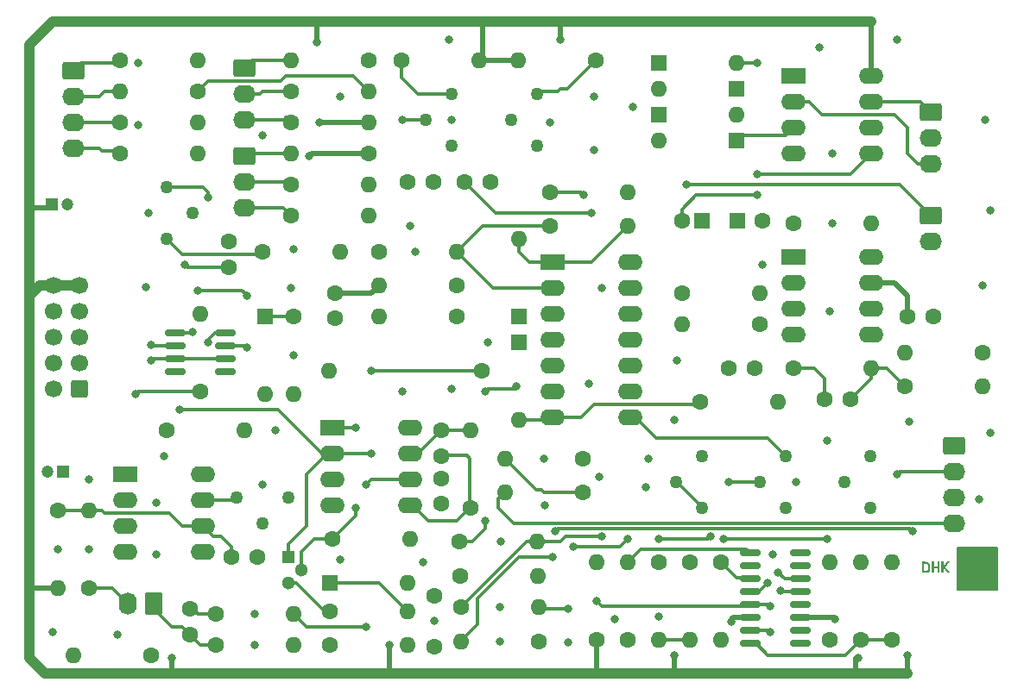
<source format=gtl>
%TF.GenerationSoftware,KiCad,Pcbnew,6.0.8-f2edbf62ab~116~ubuntu22.04.1*%
%TF.CreationDate,2024-04-04T17:44:09-04:00*%
%TF.ProjectId,MFOS_VCO,4d464f53-5f56-4434-9f2e-6b696361645f,rev?*%
%TF.SameCoordinates,Original*%
%TF.FileFunction,Copper,L1,Top*%
%TF.FilePolarity,Positive*%
%FSLAX46Y46*%
G04 Gerber Fmt 4.6, Leading zero omitted, Abs format (unit mm)*
G04 Created by KiCad (PCBNEW 6.0.8-f2edbf62ab~116~ubuntu22.04.1) date 2024-04-04 17:44:09*
%MOMM*%
%LPD*%
G01*
G04 APERTURE LIST*
G04 Aperture macros list*
%AMRoundRect*
0 Rectangle with rounded corners*
0 $1 Rounding radius*
0 $2 $3 $4 $5 $6 $7 $8 $9 X,Y pos of 4 corners*
0 Add a 4 corners polygon primitive as box body*
4,1,4,$2,$3,$4,$5,$6,$7,$8,$9,$2,$3,0*
0 Add four circle primitives for the rounded corners*
1,1,$1+$1,$2,$3*
1,1,$1+$1,$4,$5*
1,1,$1+$1,$6,$7*
1,1,$1+$1,$8,$9*
0 Add four rect primitives between the rounded corners*
20,1,$1+$1,$2,$3,$4,$5,0*
20,1,$1+$1,$4,$5,$6,$7,0*
20,1,$1+$1,$6,$7,$8,$9,0*
20,1,$1+$1,$8,$9,$2,$3,0*%
G04 Aperture macros list end*
%TA.AperFunction,ComponentPad*%
%ADD10R,1.300000X1.300000*%
%TD*%
%TA.AperFunction,ComponentPad*%
%ADD11C,1.300000*%
%TD*%
%TA.AperFunction,ComponentPad*%
%ADD12RoundRect,0.250000X-0.845000X0.620000X-0.845000X-0.620000X0.845000X-0.620000X0.845000X0.620000X0*%
%TD*%
%TA.AperFunction,ComponentPad*%
%ADD13O,2.190000X1.740000*%
%TD*%
%TA.AperFunction,ComponentPad*%
%ADD14C,1.600000*%
%TD*%
%TA.AperFunction,ComponentPad*%
%ADD15O,1.600000X1.600000*%
%TD*%
%TA.AperFunction,ComponentPad*%
%ADD16R,2.400000X1.600000*%
%TD*%
%TA.AperFunction,ComponentPad*%
%ADD17O,2.400000X1.600000*%
%TD*%
%TA.AperFunction,ComponentPad*%
%ADD18R,1.600000X1.600000*%
%TD*%
%TA.AperFunction,ComponentPad*%
%ADD19C,1.260000*%
%TD*%
%TA.AperFunction,ComponentPad*%
%ADD20RoundRect,0.250000X0.620000X0.845000X-0.620000X0.845000X-0.620000X-0.845000X0.620000X-0.845000X0*%
%TD*%
%TA.AperFunction,ComponentPad*%
%ADD21O,1.740000X2.190000*%
%TD*%
%TA.AperFunction,ComponentPad*%
%ADD22R,1.200000X1.200000*%
%TD*%
%TA.AperFunction,ComponentPad*%
%ADD23C,1.200000*%
%TD*%
%TA.AperFunction,ComponentPad*%
%ADD24RoundRect,0.250000X0.600000X0.600000X-0.600000X0.600000X-0.600000X-0.600000X0.600000X-0.600000X0*%
%TD*%
%TA.AperFunction,ComponentPad*%
%ADD25C,1.700000*%
%TD*%
%TA.AperFunction,SMDPad,CuDef*%
%ADD26RoundRect,0.150000X-0.825000X-0.150000X0.825000X-0.150000X0.825000X0.150000X-0.825000X0.150000X0*%
%TD*%
%TA.AperFunction,ViaPad*%
%ADD27C,0.800000*%
%TD*%
%TA.AperFunction,Conductor*%
%ADD28C,0.300000*%
%TD*%
%TA.AperFunction,Conductor*%
%ADD29C,1.000000*%
%TD*%
%TA.AperFunction,Conductor*%
%ADD30C,0.500000*%
%TD*%
G04 APERTURE END LIST*
%TO.C,kibuzzard-65B09543*%
G36*
X189911037Y-117643275D02*
G01*
X189827606Y-117641864D01*
X189733943Y-117637631D01*
X189630050Y-117630575D01*
X189630050Y-117463888D01*
X189833250Y-117463888D01*
X189958662Y-117468650D01*
X190054309Y-117455156D01*
X190125350Y-117427375D01*
X190175555Y-117381536D01*
X190208694Y-117313869D01*
X190227148Y-117219611D01*
X190233300Y-117094000D01*
X190227347Y-116975136D01*
X190209487Y-116885244D01*
X190177539Y-116819759D01*
X190129319Y-116774119D01*
X190061255Y-116744552D01*
X189969775Y-116727287D01*
X189895162Y-116721334D01*
X189833250Y-116719350D01*
X189833250Y-117463888D01*
X189630050Y-117463888D01*
X189630050Y-116551075D01*
X189726887Y-116546312D01*
X189814200Y-116544725D01*
X189899925Y-116546709D01*
X189976125Y-116552663D01*
X190087691Y-116568537D01*
X190181089Y-116592879D01*
X190256319Y-116625687D01*
X190341052Y-116695339D01*
X190396812Y-116793169D01*
X190419743Y-116877571D01*
X190433501Y-116981552D01*
X190438088Y-117105113D01*
X190432796Y-117234317D01*
X190416921Y-117342532D01*
X190390462Y-117429756D01*
X190326566Y-117528380D01*
X190230125Y-117594063D01*
X190144576Y-117621403D01*
X190038214Y-117637807D01*
X189958662Y-117641227D01*
X189911037Y-117643275D01*
G37*
G36*
X190790512Y-116979700D02*
G01*
X191155637Y-116979700D01*
X191155637Y-116551075D01*
X191358838Y-116551075D01*
X191358838Y-117630575D01*
X191155637Y-117630575D01*
X191155637Y-117159088D01*
X190790512Y-117159088D01*
X190790512Y-117630575D01*
X190587312Y-117630575D01*
X190587312Y-116551075D01*
X190790512Y-116551075D01*
X190790512Y-116979700D01*
G37*
G36*
X191738250Y-117046375D02*
G01*
X192092263Y-116551075D01*
X192325625Y-116551075D01*
X191938275Y-117078125D01*
X191938275Y-117082888D01*
X192385950Y-117630575D01*
X192133537Y-117630575D01*
X191738250Y-117116225D01*
X191738250Y-117630575D01*
X191536638Y-117630575D01*
X191536638Y-116551075D01*
X191738250Y-116551075D01*
X191738250Y-117046375D01*
G37*
%TD*%
D10*
%TO.P,Q1,1,D*%
%TO.N,Net-(C6-Pad1)*%
X127508000Y-116078000D03*
D11*
%TO.P,Q1,2,S*%
%TO.N,RAW*%
X128778000Y-117348000D03*
%TO.P,Q1,3,G*%
%TO.N,Net-(Q1-Pad3)*%
X127508000Y-118618000D03*
%TD*%
D12*
%TO.P,J27,1,Pin_1*%
%TO.N,/Sheet 2/R39P1*%
X190500000Y-72390000D03*
D13*
%TO.P,J27,2,Pin_2*%
%TO.N,/Sheet 2/R39P2*%
X190500000Y-74930000D03*
%TO.P,J27,3,Pin_3*%
%TO.N,/Sheet 2/R39P3*%
X190500000Y-77470000D03*
%TD*%
D12*
%TO.P,J26,1,Pin_1*%
%TO.N,/R2P1*%
X123190000Y-76708000D03*
D13*
%TO.P,J26,2,Pin_2*%
%TO.N,/R2P2*%
X123190000Y-79248000D03*
%TO.P,J26,3,Pin_3*%
%TO.N,/R2P3*%
X123190000Y-81788000D03*
%TD*%
D12*
%TO.P,J24,1,Pin_1*%
%TO.N,/R3P1*%
X123190000Y-68087000D03*
D13*
%TO.P,J24,2,Pin_2*%
%TO.N,/R3P2*%
X123190000Y-70627000D03*
%TO.P,J24,3,Pin_3*%
%TO.N,/R3P3*%
X123190000Y-73167000D03*
%TD*%
D14*
%TO.P,C15,1*%
%TO.N,+12V*%
X188234000Y-92456000D03*
%TO.P,C15,2*%
%TO.N,GND*%
X190734000Y-92456000D03*
%TD*%
%TO.P,R71,1*%
%TO.N,-12V*%
X135382000Y-76454000D03*
D15*
%TO.P,R71,2*%
%TO.N,/R2P1*%
X127762000Y-76454000D03*
%TD*%
D16*
%TO.P,U4,1*%
%TO.N,Net-(D2-Pad2)*%
X153426000Y-87112000D03*
D17*
%TO.P,U4,2,-*%
%TO.N,Net-(R12-Pad2)*%
X153426000Y-89652000D03*
%TO.P,U4,3,+*%
%TO.N,Net-(C1-Pad1)*%
X153426000Y-92192000D03*
%TO.P,U4,4,V+*%
%TO.N,+12V*%
X153426000Y-94732000D03*
%TO.P,U4,5,+*%
%TO.N,GND*%
X153426000Y-97272000D03*
%TO.P,U4,6,-*%
%TO.N,Net-(R25-Pad1)*%
X153426000Y-99812000D03*
%TO.P,U4,7*%
%TO.N,Net-(D3-Pad2)*%
X153426000Y-102352000D03*
%TO.P,U4,8*%
%TO.N,Net-(R14-Pad2)*%
X161046000Y-102352000D03*
%TO.P,U4,9,-*%
%TO.N,Net-(R13-Pad2)*%
X161046000Y-99812000D03*
%TO.P,U4,10,+*%
%TO.N,Net-(C2-Pad1)*%
X161046000Y-97272000D03*
%TO.P,U4,11,V-*%
%TO.N,-12V*%
X161046000Y-94732000D03*
%TO.P,U4,12,+*%
%TO.N,GND*%
X161046000Y-92192000D03*
%TO.P,U4,13,-*%
%TO.N,Net-(U4-Pad13)*%
X161046000Y-89652000D03*
%TO.P,U4,14*%
X161046000Y-87112000D03*
%TD*%
D14*
%TO.P,R32,1*%
%TO.N,Net-(R25-Pad1)*%
X156337000Y-106426000D03*
D15*
%TO.P,R32,2*%
%TO.N,Net-(D3-Pad2)*%
X148717000Y-106426000D03*
%TD*%
D14*
%TO.P,R26,1*%
%TO.N,Net-(D3-Pad2)*%
X156337000Y-109728000D03*
D15*
%TO.P,R26,2*%
%TO.N,RMP*%
X148717000Y-109728000D03*
%TD*%
D14*
%TO.P,R31,1*%
%TO.N,LIN*%
X114046000Y-125730000D03*
D15*
%TO.P,R31,2*%
%TO.N,GND*%
X106426000Y-125730000D03*
%TD*%
D14*
%TO.P,R67,1*%
%TO.N,GND*%
X173736000Y-93218000D03*
D15*
%TO.P,R67,2*%
%TO.N,PWM*%
X166116000Y-93218000D03*
%TD*%
D14*
%TO.P,C19,1*%
%TO.N,Net-(C19-Pad1)*%
X121666000Y-87630000D03*
%TO.P,C19,2*%
%TO.N,Net-(C19-Pad2)*%
X121666000Y-85130000D03*
%TD*%
%TO.P,R66,1*%
%TO.N,SYNC*%
X120396000Y-124714000D03*
D15*
%TO.P,R66,2*%
%TO.N,GND*%
X128016000Y-124714000D03*
%TD*%
D14*
%TO.P,R25,1*%
%TO.N,Net-(R25-Pad1)*%
X153162000Y-80259000D03*
D15*
%TO.P,R25,2*%
%TO.N,Net-(D2-Pad2)*%
X160782000Y-80259000D03*
%TD*%
D14*
%TO.P,R30,1*%
%TO.N,LIN*%
X107950000Y-119126000D03*
D15*
%TO.P,R30,2*%
%TO.N,Net-(C3-Pad1)*%
X107950000Y-111506000D03*
%TD*%
D14*
%TO.P,R61,1*%
%TO.N,Net-(R60-Pad2)*%
X166878000Y-116586000D03*
D15*
%TO.P,R61,2*%
%TO.N,Net-(R48-Pad2)*%
X166878000Y-124206000D03*
%TD*%
D18*
%TO.P,D2,1,K*%
%TO.N,Net-(C14-Pad1)*%
X150114000Y-92451000D03*
D15*
%TO.P,D2,2,A*%
%TO.N,Net-(D2-Pad2)*%
X150114000Y-84831000D03*
%TD*%
D19*
%TO.P,R60,1,1*%
%TO.N,-12V*%
X184550000Y-111250000D03*
%TO.P,R60,2,2*%
%TO.N,Net-(R60-Pad2)*%
X182010000Y-108710000D03*
%TO.P,R60,3,3*%
%TO.N,+12V*%
X184550000Y-106170000D03*
%TD*%
D18*
%TO.P,C12,1*%
%TO.N,GND*%
X168087113Y-83058000D03*
D14*
%TO.P,C12,2*%
%TO.N,Net-(C12-Pad2)*%
X166087113Y-83058000D03*
%TD*%
%TO.P,R69,1*%
%TO.N,Net-(C18-Pad1)*%
X145350000Y-111252000D03*
D15*
%TO.P,R69,2*%
%TO.N,Net-(C18-Pad2)*%
X145350000Y-103632000D03*
%TD*%
D16*
%TO.P,U2,1*%
%TO.N,RAW*%
X131816000Y-103388000D03*
D17*
%TO.P,U2,2,-*%
%TO.N,Net-(C6-Pad1)*%
X131816000Y-105928000D03*
%TO.P,U2,3,+*%
%TO.N,GND*%
X131816000Y-108468000D03*
%TO.P,U2,4,V-*%
%TO.N,-12V*%
X131816000Y-111008000D03*
%TO.P,U2,5,+*%
%TO.N,Net-(C18-Pad1)*%
X139436000Y-111008000D03*
%TO.P,U2,6,-*%
%TO.N,Net-(R34-Pad2)*%
X139436000Y-108468000D03*
%TO.P,U2,7*%
%TO.N,Net-(C18-Pad2)*%
X139436000Y-105928000D03*
%TO.P,U2,8,V+*%
%TO.N,+12V*%
X139436000Y-103388000D03*
%TD*%
D20*
%TO.P,J13,1,Pin_1*%
%TO.N,SYNC*%
X114300000Y-120630000D03*
D21*
%TO.P,J13,2,Pin_2*%
%TO.N,LIN*%
X111760000Y-120630000D03*
%TD*%
D18*
%TO.P,D4,1,K*%
%TO.N,Net-(C13-Pad1)*%
X171450000Y-75184000D03*
D15*
%TO.P,D4,2,A*%
%TO.N,Net-(D3-Pad2)*%
X163830000Y-75184000D03*
%TD*%
D14*
%TO.P,C2,1*%
%TO.N,Net-(C2-Pad1)*%
X144807500Y-79248000D03*
%TO.P,C2,2*%
%TO.N,GND*%
X147307500Y-79248000D03*
%TD*%
%TO.P,R21,1*%
%TO.N,Net-(C14-Pad1)*%
X144375000Y-117950000D03*
D15*
%TO.P,R21,2*%
%TO.N,-12V*%
X151995000Y-117950000D03*
%TD*%
D18*
%TO.P,D1,1,K*%
%TO.N,Net-(D1-Pad1)*%
X125222000Y-92456000D03*
D15*
%TO.P,D1,2,A*%
%TO.N,Net-(D1-Pad2)*%
X125222000Y-100076000D03*
%TD*%
D14*
%TO.P,R40,1*%
%TO.N,PWM*%
X166116000Y-90170000D03*
D15*
%TO.P,R40,2*%
%TO.N,Net-(R35-Pad1)*%
X173736000Y-90170000D03*
%TD*%
D14*
%TO.P,C14,1*%
%TO.N,Net-(C14-Pad1)*%
X141800000Y-119875000D03*
%TO.P,C14,2*%
%TO.N,-12V*%
X141800000Y-124875000D03*
%TD*%
D18*
%TO.P,D6,1,K*%
%TO.N,Net-(D6-Pad1)*%
X171450000Y-70104000D03*
D15*
%TO.P,D6,2,A*%
%TO.N,Net-(D5-Pad1)*%
X163830000Y-70104000D03*
%TD*%
D14*
%TO.P,C1,1*%
%TO.N,Net-(C1-Pad1)*%
X139212000Y-79248000D03*
%TO.P,C1,2*%
%TO.N,GND*%
X141712000Y-79248000D03*
%TD*%
D16*
%TO.P,U7,1,NULL*%
%TO.N,unconnected-(U7-Pad1)*%
X177048000Y-86624000D03*
D17*
%TO.P,U7,2,-*%
%TO.N,Net-(R35-Pad1)*%
X177048000Y-89164000D03*
%TO.P,U7,3,+*%
%TO.N,Net-(C4-Pad1)*%
X177048000Y-91704000D03*
%TO.P,U7,4,V-*%
%TO.N,-12V*%
X177048000Y-94244000D03*
%TO.P,U7,5,NULL*%
%TO.N,unconnected-(U7-Pad5)*%
X184668000Y-94244000D03*
%TO.P,U7,6*%
%TO.N,Net-(C4-Pad2)*%
X184668000Y-91704000D03*
%TO.P,U7,7,V+*%
%TO.N,+12V*%
X184668000Y-89164000D03*
%TO.P,U7,8,NC*%
%TO.N,unconnected-(U7-Pad8)*%
X184668000Y-86624000D03*
%TD*%
D14*
%TO.P,R35,1*%
%TO.N,Net-(R35-Pad1)*%
X177038000Y-83312000D03*
D15*
%TO.P,R35,2*%
%TO.N,/Sheet 2/R39P2*%
X184658000Y-83312000D03*
%TD*%
D14*
%TO.P,R8,1*%
%TO.N,/R3P2*%
X127762000Y-70358000D03*
D15*
%TO.P,R8,2*%
%TO.N,Net-(C19-Pad1)*%
X135382000Y-70358000D03*
%TD*%
D16*
%TO.P,U6,1*%
%TO.N,/Sheet 2/R39P3*%
X177048000Y-68844000D03*
D17*
%TO.P,U6,2,-*%
X177048000Y-71384000D03*
%TO.P,U6,3,+*%
%TO.N,Net-(C13-Pad1)*%
X177048000Y-73924000D03*
%TO.P,U6,4,V-*%
%TO.N,-12V*%
X177048000Y-76464000D03*
%TO.P,U6,5,+*%
%TO.N,Net-(C12-Pad2)*%
X184668000Y-76464000D03*
%TO.P,U6,6,-*%
%TO.N,/Sheet 2/R39P1*%
X184668000Y-73924000D03*
%TO.P,U6,7*%
X184668000Y-71384000D03*
%TO.P,U6,8,V+*%
%TO.N,+12V*%
X184668000Y-68844000D03*
%TD*%
D14*
%TO.P,R36,1*%
%TO.N,Net-(C4-Pad2)*%
X187960000Y-99314000D03*
D15*
%TO.P,R36,2*%
%TO.N,SQR*%
X195580000Y-99314000D03*
%TD*%
D19*
%TO.P,R5,1,1*%
%TO.N,GND*%
X143510000Y-75677000D03*
%TO.P,R5,2,2*%
%TO.N,Net-(C1-Pad1)*%
X140970000Y-73137000D03*
%TO.P,R5,3,3*%
%TO.N,Net-(R5-Pad3)*%
X143510000Y-70597000D03*
%TD*%
D14*
%TO.P,C5,1*%
%TO.N,SYNC*%
X117856000Y-123698000D03*
%TO.P,C5,2*%
%TO.N,Net-(C5-Pad2)*%
X117856000Y-121198000D03*
%TD*%
%TO.P,R47,1*%
%TO.N,Net-(R34-Pad2)*%
X144018000Y-89408000D03*
D15*
%TO.P,R47,2*%
%TO.N,+12V*%
X136398000Y-89408000D03*
%TD*%
D14*
%TO.P,R28,1*%
%TO.N,Net-(C3-Pad1)*%
X104902000Y-111506000D03*
D15*
%TO.P,R28,2*%
%TO.N,+12V*%
X104902000Y-119126000D03*
%TD*%
D14*
%TO.P,R42,1*%
%TO.N,RAW*%
X131826000Y-114300000D03*
D15*
%TO.P,R42,2*%
%TO.N,Net-(C18-Pad1)*%
X139446000Y-114300000D03*
%TD*%
D12*
%TO.P,J15,1,Pin_1*%
%TO.N,TRI*%
X192766000Y-105156000D03*
D13*
%TO.P,J15,2,Pin_2*%
%TO.N,SIN*%
X192766000Y-107696000D03*
%TO.P,J15,3,Pin_3*%
%TO.N,SQR*%
X192766000Y-110236000D03*
%TO.P,J15,4,Pin_4*%
%TO.N,RMP*%
X192766000Y-112776000D03*
%TD*%
D14*
%TO.P,R23,1*%
%TO.N,CV3*%
X110998000Y-73406000D03*
D15*
%TO.P,R23,2*%
%TO.N,Net-(C19-Pad1)*%
X118618000Y-73406000D03*
%TD*%
D14*
%TO.P,R51,1*%
%TO.N,Net-(R48-Pad2)*%
X169926000Y-116586000D03*
D15*
%TO.P,R51,2*%
%TO.N,GND*%
X169926000Y-124206000D03*
%TD*%
D12*
%TO.P,J12,1,Pin_1*%
%TO.N,CV1*%
X106426000Y-68326000D03*
D13*
%TO.P,J12,2,Pin_2*%
%TO.N,CV2*%
X106426000Y-70866000D03*
%TO.P,J12,3,Pin_3*%
%TO.N,CV3*%
X106426000Y-73406000D03*
%TO.P,J12,4,Pin_4*%
%TO.N,CV4*%
X106426000Y-75946000D03*
%TD*%
D19*
%TO.P,R59,1,1*%
%TO.N,Net-(R44-Pad1)*%
X168025000Y-111237000D03*
%TO.P,R59,2,2*%
X165485000Y-108697000D03*
%TO.P,R59,3,3*%
%TO.N,+12V*%
X168025000Y-106157000D03*
%TD*%
D14*
%TO.P,R68,1*%
%TO.N,Net-(C4-Pad1)*%
X177038000Y-97536000D03*
D15*
%TO.P,R68,2*%
%TO.N,Net-(C4-Pad2)*%
X184658000Y-97536000D03*
%TD*%
D14*
%TO.P,C16,1*%
%TO.N,-12V*%
X173188000Y-97536000D03*
%TO.P,C16,2*%
%TO.N,GND*%
X170688000Y-97536000D03*
%TD*%
%TO.P,R18,1*%
%TO.N,Net-(C19-Pad1)*%
X118618000Y-70358000D03*
D15*
%TO.P,R18,2*%
%TO.N,CV2*%
X110998000Y-70358000D03*
%TD*%
D14*
%TO.P,C6,1*%
%TO.N,Net-(C6-Pad1)*%
X146438000Y-97790000D03*
D15*
%TO.P,C6,2*%
%TO.N,RAW*%
X131438000Y-97790000D03*
%TD*%
D19*
%TO.P,R11,1,1*%
%TO.N,Net-(R11-Pad1)*%
X127508000Y-110236000D03*
%TO.P,R11,2,2*%
X124968000Y-112776000D03*
%TO.P,R11,3,3*%
%TO.N,Net-(C3-Pad2)*%
X122428000Y-110236000D03*
%TD*%
D14*
%TO.P,R17,1*%
%TO.N,Net-(R17-Pad1)*%
X115570000Y-103632000D03*
D15*
%TO.P,R17,2*%
%TO.N,Net-(C3-Pad2)*%
X123190000Y-103632000D03*
%TD*%
D14*
%TO.P,R12,1*%
%TO.N,RAW*%
X136398000Y-86106000D03*
D15*
%TO.P,R12,2*%
%TO.N,Net-(R12-Pad2)*%
X144018000Y-86106000D03*
%TD*%
D14*
%TO.P,C4,1*%
%TO.N,Net-(C4-Pad1)*%
X180106000Y-100584000D03*
%TO.P,C4,2*%
%TO.N,Net-(C4-Pad2)*%
X182606000Y-100584000D03*
%TD*%
D18*
%TO.P,D3,1,K*%
%TO.N,Net-(C14-Pad1)*%
X150114000Y-94991000D03*
D15*
%TO.P,D3,2,A*%
%TO.N,Net-(D3-Pad2)*%
X150114000Y-102611000D03*
%TD*%
D22*
%TO.P,C7,1*%
%TO.N,+12V*%
X104302401Y-81425000D03*
D23*
%TO.P,C7,2*%
%TO.N,GND*%
X105802401Y-81425000D03*
%TD*%
D14*
%TO.P,R53,1*%
%TO.N,Net-(R45-Pad2)*%
X180594000Y-124206000D03*
D15*
%TO.P,R53,2*%
%TO.N,GND*%
X180594000Y-116586000D03*
%TD*%
D14*
%TO.P,R15,1*%
%TO.N,CV1*%
X110998000Y-67310000D03*
D15*
%TO.P,R15,2*%
%TO.N,Net-(C19-Pad1)*%
X118618000Y-67310000D03*
%TD*%
D14*
%TO.P,R46,1*%
%TO.N,Net-(R34-Pad2)*%
X144018000Y-92456000D03*
D15*
%TO.P,R46,2*%
%TO.N,GND*%
X136398000Y-92456000D03*
%TD*%
D14*
%TO.P,R41,1*%
%TO.N,SQR*%
X195580000Y-96012000D03*
D15*
%TO.P,R41,2*%
%TO.N,GND*%
X187960000Y-96012000D03*
%TD*%
D14*
%TO.P,R34,1*%
%TO.N,Net-(C5-Pad2)*%
X120396000Y-121666000D03*
D15*
%TO.P,R34,2*%
%TO.N,Net-(R34-Pad2)*%
X128016000Y-121666000D03*
%TD*%
D24*
%TO.P,J1,1,Pin_1*%
%TO.N,-12V*%
X107000000Y-99540000D03*
D25*
%TO.P,J1,2,Pin_2*%
X104460000Y-99540000D03*
%TO.P,J1,3,Pin_3*%
%TO.N,GND*%
X107000000Y-97000000D03*
%TO.P,J1,4,Pin_4*%
X104460000Y-97000000D03*
%TO.P,J1,5,Pin_5*%
X107000000Y-94460000D03*
%TO.P,J1,6,Pin_6*%
X104460000Y-94460000D03*
%TO.P,J1,7,Pin_7*%
X107000000Y-91920000D03*
%TO.P,J1,8,Pin_8*%
X104460000Y-91920000D03*
%TO.P,J1,9,Pin_9*%
%TO.N,+12V*%
X107000000Y-89380000D03*
%TO.P,J1,10,Pin_10*%
X104460000Y-89380000D03*
%TD*%
D14*
%TO.P,R24,1*%
%TO.N,Net-(C19-Pad1)*%
X118857000Y-99822000D03*
D15*
%TO.P,R24,2*%
%TO.N,Net-(C19-Pad2)*%
X118857000Y-92202000D03*
%TD*%
D14*
%TO.P,R14,1*%
%TO.N,Net-(R13-Pad2)*%
X144400000Y-121025000D03*
D15*
%TO.P,R14,2*%
%TO.N,Net-(R14-Pad2)*%
X152020000Y-121025000D03*
%TD*%
D18*
%TO.P,C13,1*%
%TO.N,Net-(C13-Pad1)*%
X171514888Y-83058000D03*
D14*
%TO.P,C13,2*%
%TO.N,GND*%
X174014888Y-83058000D03*
%TD*%
%TO.P,R9,1*%
%TO.N,Net-(D1-Pad1)*%
X128016000Y-92456000D03*
D15*
%TO.P,R9,2*%
%TO.N,Net-(R11-Pad1)*%
X128016000Y-100076000D03*
%TD*%
D14*
%TO.P,R20,1*%
%TO.N,Net-(R12-Pad2)*%
X153162000Y-83561000D03*
D15*
%TO.P,R20,2*%
%TO.N,Net-(D2-Pad2)*%
X160782000Y-83561000D03*
%TD*%
D26*
%TO.P,U3,1,C1*%
%TO.N,Net-(C6-Pad1)*%
X116382000Y-94107000D03*
%TO.P,U3,2,B1*%
%TO.N,GND*%
X116382000Y-95377000D03*
%TO.P,U3,3,E1*%
%TO.N,Net-(R17-Pad1)*%
X116382000Y-96647000D03*
%TO.P,U3,4*%
%TO.N,N/C*%
X116382000Y-97917000D03*
%TO.P,U3,5*%
X121332000Y-97917000D03*
%TO.P,U3,6,E2*%
%TO.N,Net-(R17-Pad1)*%
X121332000Y-96647000D03*
%TO.P,U3,7,B2*%
%TO.N,Net-(D1-Pad2)*%
X121332000Y-95377000D03*
%TO.P,U3,8,C2*%
%TO.N,Net-(C3-Pad1)*%
X121332000Y-94107000D03*
%TD*%
D14*
%TO.P,R6,1*%
%TO.N,Net-(R5-Pad3)*%
X138564500Y-67325000D03*
D15*
%TO.P,R6,2*%
%TO.N,+12V*%
X146184500Y-67325000D03*
%TD*%
D14*
%TO.P,R50,1*%
%TO.N,Net-(Q1-Pad3)*%
X131582000Y-121422000D03*
D15*
%TO.P,R50,2*%
%TO.N,Net-(C17-Pad1)*%
X139202000Y-121422000D03*
%TD*%
D14*
%TO.P,R1,1*%
%TO.N,Net-(R1-Pad1)*%
X157614500Y-67325000D03*
D15*
%TO.P,R1,2*%
%TO.N,+12V*%
X149994500Y-67325000D03*
%TD*%
D14*
%TO.P,R19,1*%
%TO.N,Net-(R16-Pad3)*%
X124968000Y-86106000D03*
D15*
%TO.P,R19,2*%
%TO.N,GND*%
X132588000Y-86106000D03*
%TD*%
D14*
%TO.P,R13,1*%
%TO.N,Net-(C14-Pad1)*%
X144272000Y-114554000D03*
D15*
%TO.P,R13,2*%
%TO.N,Net-(R13-Pad2)*%
X151892000Y-114554000D03*
%TD*%
D19*
%TO.P,R16,1,1*%
%TO.N,Net-(C19-Pad2)*%
X115570000Y-79756000D03*
%TO.P,R16,2,2*%
%TO.N,Net-(D1-Pad2)*%
X118110000Y-82296000D03*
%TO.P,R16,3,3*%
%TO.N,Net-(R16-Pad3)*%
X115570000Y-84836000D03*
%TD*%
D12*
%TO.P,J14,1,Pin_1*%
%TO.N,PWM*%
X190480000Y-82550000D03*
D13*
%TO.P,J14,2,Pin_2*%
%TO.N,GND*%
X190480000Y-85090000D03*
%TD*%
D26*
%TO.P,U5,1*%
%TO.N,Net-(R44-Pad2)*%
X172785000Y-115697000D03*
%TO.P,U5,2,DIODE_BIAS*%
%TO.N,unconnected-(U5-Pad2)*%
X172785000Y-116967000D03*
%TO.P,U5,3,+*%
%TO.N,Net-(R48-Pad2)*%
X172785000Y-118237000D03*
%TO.P,U5,4,-*%
%TO.N,GND*%
X172785000Y-119507000D03*
%TO.P,U5,5*%
%TO.N,Net-(R45-Pad2)*%
X172785000Y-120777000D03*
%TO.P,U5,6,V-*%
%TO.N,-12V*%
X172785000Y-122047000D03*
%TO.P,U5,7*%
%TO.N,Net-(R45-Pad2)*%
X172785000Y-123317000D03*
%TO.P,U5,8*%
%TO.N,Net-(R49-Pad1)*%
X172785000Y-124587000D03*
%TO.P,U5,9*%
%TO.N,unconnected-(U5-Pad9)*%
X177735000Y-124587000D03*
%TO.P,U5,10*%
%TO.N,unconnected-(U5-Pad10)*%
X177735000Y-123317000D03*
%TO.P,U5,11,V+*%
%TO.N,+12V*%
X177735000Y-122047000D03*
%TO.P,U5,12*%
%TO.N,unconnected-(U5-Pad12)*%
X177735000Y-120777000D03*
%TO.P,U5,13,-*%
%TO.N,GND*%
X177735000Y-119507000D03*
%TO.P,U5,14,+*%
X177735000Y-118237000D03*
%TO.P,U5,15,DIODE_BIAS*%
%TO.N,unconnected-(U5-Pad15)*%
X177735000Y-116967000D03*
%TO.P,U5,16*%
%TO.N,unconnected-(U5-Pad16)*%
X177735000Y-115697000D03*
%TD*%
D14*
%TO.P,C17,1*%
%TO.N,Net-(C17-Pad1)*%
X142450000Y-110850000D03*
%TO.P,C17,2*%
%TO.N,GND*%
X142450000Y-108350000D03*
%TD*%
%TO.P,C3,1*%
%TO.N,Net-(C3-Pad1)*%
X121920000Y-116078000D03*
%TO.P,C3,2*%
%TO.N,Net-(C3-Pad2)*%
X124420000Y-116078000D03*
%TD*%
D18*
%TO.P,D8,1,K*%
%TO.N,Net-(C17-Pad1)*%
X131582000Y-118628000D03*
D15*
%TO.P,D8,2,A*%
%TO.N,Net-(C18-Pad2)*%
X139202000Y-118628000D03*
%TD*%
D18*
%TO.P,D5,1,K*%
%TO.N,Net-(D5-Pad1)*%
X163830000Y-67570000D03*
D15*
%TO.P,D5,2,A*%
%TO.N,Net-(C12-Pad2)*%
X171450000Y-67570000D03*
%TD*%
D14*
%TO.P,R29,1*%
%TO.N,Net-(D3-Pad2)*%
X167894000Y-100838000D03*
D15*
%TO.P,R29,2*%
%TO.N,Net-(C4-Pad1)*%
X175514000Y-100838000D03*
%TD*%
D19*
%TO.P,R7,1,1*%
%TO.N,GND*%
X151892000Y-75677000D03*
%TO.P,R7,2,2*%
%TO.N,Net-(C2-Pad1)*%
X149352000Y-73137000D03*
%TO.P,R7,3,3*%
%TO.N,Net-(R1-Pad1)*%
X151892000Y-70597000D03*
%TD*%
D14*
%TO.P,C8,1*%
%TO.N,+12V*%
X132080000Y-90150000D03*
%TO.P,C8,2*%
%TO.N,GND*%
X132080000Y-92650000D03*
%TD*%
%TO.P,R48,1*%
%TO.N,Net-(R48-Pad1)*%
X163830000Y-116586000D03*
D15*
%TO.P,R48,2*%
%TO.N,Net-(R48-Pad2)*%
X163830000Y-124206000D03*
%TD*%
D14*
%TO.P,R65,1*%
%TO.N,/R2P3*%
X127762000Y-82550000D03*
D15*
%TO.P,R65,2*%
%TO.N,+12V*%
X135382000Y-82550000D03*
%TD*%
D19*
%TO.P,R64,1,1*%
%TO.N,Net-(R48-Pad1)*%
X176276000Y-111252000D03*
%TO.P,R64,2,2*%
X173736000Y-108712000D03*
%TO.P,R64,3,3*%
%TO.N,Net-(R14-Pad2)*%
X176276000Y-106172000D03*
%TD*%
D14*
%TO.P,R22,1*%
%TO.N,Net-(R14-Pad2)*%
X152010000Y-124350000D03*
D15*
%TO.P,R22,2*%
%TO.N,TRI*%
X144390000Y-124350000D03*
%TD*%
D14*
%TO.P,R44,1*%
%TO.N,Net-(R44-Pad1)*%
X160782000Y-124206000D03*
D15*
%TO.P,R44,2*%
%TO.N,Net-(R44-Pad2)*%
X160782000Y-116586000D03*
%TD*%
D14*
%TO.P,R10,1*%
%TO.N,/R2P2*%
X127762000Y-79502000D03*
D15*
%TO.P,R10,2*%
%TO.N,Net-(C19-Pad1)*%
X135382000Y-79502000D03*
%TD*%
D16*
%TO.P,U1,1*%
%TO.N,Net-(C19-Pad2)*%
X111506000Y-107950000D03*
D17*
%TO.P,U1,2,-*%
%TO.N,Net-(C19-Pad1)*%
X111506000Y-110490000D03*
%TO.P,U1,3,+*%
%TO.N,GND*%
X111506000Y-113030000D03*
%TO.P,U1,4,V-*%
%TO.N,-12V*%
X111506000Y-115570000D03*
%TO.P,U1,5,+*%
%TO.N,GND*%
X119126000Y-115570000D03*
%TO.P,U1,6,-*%
%TO.N,Net-(C3-Pad1)*%
X119126000Y-113030000D03*
%TO.P,U1,7*%
%TO.N,Net-(C3-Pad2)*%
X119126000Y-110490000D03*
%TO.P,U1,8,V+*%
%TO.N,+12V*%
X119126000Y-107950000D03*
%TD*%
D14*
%TO.P,R57,1*%
%TO.N,/R3P3*%
X127762000Y-73406000D03*
D15*
%TO.P,R57,2*%
%TO.N,+12V*%
X135382000Y-73406000D03*
%TD*%
D18*
%TO.P,D7,1,K*%
%TO.N,Net-(D3-Pad2)*%
X163830000Y-72644000D03*
D15*
%TO.P,D7,2,A*%
%TO.N,Net-(D6-Pad1)*%
X171450000Y-72644000D03*
%TD*%
D14*
%TO.P,R45,1*%
%TO.N,+12V*%
X157734000Y-124206000D03*
D15*
%TO.P,R45,2*%
%TO.N,Net-(R45-Pad2)*%
X157734000Y-116586000D03*
%TD*%
D22*
%TO.P,C10,1*%
%TO.N,GND*%
X105386000Y-107696000D03*
D23*
%TO.P,C10,2*%
%TO.N,-12V*%
X103886000Y-107696000D03*
%TD*%
D14*
%TO.P,C18,1*%
%TO.N,Net-(C18-Pad1)*%
X142450000Y-106175000D03*
%TO.P,C18,2*%
%TO.N,Net-(C18-Pad2)*%
X142450000Y-103675000D03*
%TD*%
%TO.P,R27,1*%
%TO.N,CV4*%
X110998000Y-76454000D03*
D15*
%TO.P,R27,2*%
%TO.N,Net-(C19-Pad1)*%
X118618000Y-76454000D03*
%TD*%
D14*
%TO.P,R52,1*%
%TO.N,Net-(R49-Pad1)*%
X183642000Y-124206000D03*
D15*
%TO.P,R52,2*%
%TO.N,-12V*%
X183642000Y-116586000D03*
%TD*%
D14*
%TO.P,R49,1*%
%TO.N,Net-(R49-Pad1)*%
X186690000Y-124206000D03*
D15*
%TO.P,R49,2*%
%TO.N,SIN*%
X186690000Y-116586000D03*
%TD*%
D14*
%TO.P,R70,1*%
%TO.N,-12V*%
X131582000Y-124724000D03*
D15*
%TO.P,R70,2*%
%TO.N,Net-(C17-Pad1)*%
X139202000Y-124724000D03*
%TD*%
D14*
%TO.P,R56,1*%
%TO.N,-12V*%
X135382000Y-67310000D03*
D15*
%TO.P,R56,2*%
%TO.N,/R3P1*%
X127762000Y-67310000D03*
%TD*%
D27*
%TO.N,Net-(R34-Pad2)*%
X135128000Y-122936000D03*
%TO.N,Net-(C1-Pad1)*%
X138684000Y-73152000D03*
%TO.N,Net-(C12-Pad2)*%
X173482000Y-80518000D03*
X173482000Y-78486000D03*
%TO.N,+12V*%
X130302000Y-65532000D03*
X130556000Y-73406000D03*
%TO.N,-12V*%
X129540000Y-76708000D03*
%TO.N,GND*%
X175768000Y-119380000D03*
X195580000Y-89408000D03*
X163830000Y-121920000D03*
X162520123Y-109208814D03*
X104394000Y-123444000D03*
X188363883Y-102760370D03*
X159512000Y-122174000D03*
X174498000Y-118618000D03*
X152654000Y-110998000D03*
X175514000Y-117602000D03*
X156972000Y-99060000D03*
X157471341Y-76166790D03*
X132588000Y-70866000D03*
X173990000Y-87376000D03*
X128016000Y-96266000D03*
X141800000Y-122375000D03*
X180340000Y-104648000D03*
X124968000Y-74676000D03*
X195834000Y-73152000D03*
X113792000Y-82296000D03*
X107950000Y-108458000D03*
X177292000Y-108712000D03*
X157480000Y-70866000D03*
X147066000Y-94996000D03*
X180594000Y-91948000D03*
X113531949Y-89613544D03*
X162814000Y-106426000D03*
X114581695Y-115807221D03*
X127762000Y-89662000D03*
X152527000Y-106426000D03*
X148210000Y-121025000D03*
X128016000Y-85852000D03*
X195262218Y-110408524D03*
X114046000Y-95250000D03*
X153162000Y-73406000D03*
X154940000Y-124460000D03*
X148200000Y-124350000D03*
X104902000Y-115316000D03*
X140716000Y-116586000D03*
X107950000Y-115316000D03*
X187198000Y-65278000D03*
X126238000Y-103632000D03*
X148336000Y-114554000D03*
X143510000Y-73152000D03*
X143510000Y-99568000D03*
X180848000Y-83312000D03*
X158242000Y-89662000D03*
X196342000Y-82042000D03*
X180848000Y-76454000D03*
X157988000Y-108204000D03*
X196342000Y-103886000D03*
X114554000Y-110744000D03*
X139446000Y-83566000D03*
X138684000Y-99822000D03*
X165354000Y-102616000D03*
X115316000Y-106172000D03*
X124968000Y-108966000D03*
X112776000Y-73660000D03*
X143256000Y-65278000D03*
X132588000Y-116332000D03*
X124206000Y-121666000D03*
X112776000Y-67564000D03*
X139954000Y-86106000D03*
X165608000Y-96774000D03*
X175006000Y-115824000D03*
X179578000Y-66040000D03*
X161270424Y-71867828D03*
X110744000Y-123698000D03*
X124206000Y-124714000D03*
%TO.N,Net-(C2-Pad1)*%
X157226000Y-82296000D03*
%TO.N,Net-(C3-Pad1)*%
X119634000Y-94996000D03*
%TO.N,Net-(C6-Pad1)*%
X116840000Y-101600000D03*
X135636000Y-105918000D03*
X135636000Y-97790000D03*
X118110000Y-93980000D03*
%TO.N,RAW*%
X134112000Y-103378000D03*
X134112000Y-111252000D03*
%TO.N,+12V*%
X154178000Y-65278000D03*
X183388000Y-125984000D03*
X165354000Y-125730000D03*
X137414000Y-124714000D03*
X181102000Y-122174000D03*
X116078000Y-125984000D03*
X188214000Y-125730000D03*
%TO.N,-12V*%
X170942000Y-122428000D03*
%TO.N,Net-(C12-Pad2)*%
X173482000Y-67564000D03*
%TO.N,Net-(C14-Pad1)*%
X146812000Y-112522000D03*
X149860000Y-99314000D03*
X146812000Y-99822000D03*
%TO.N,Net-(C19-Pad1)*%
X112522000Y-100076000D03*
X117348000Y-87376000D03*
%TO.N,Net-(C19-Pad2)*%
X119634000Y-80772000D03*
%TO.N,Net-(D1-Pad2)*%
X123444000Y-90424000D03*
X118618000Y-89916000D03*
X123444000Y-95504000D03*
%TO.N,PWM*%
X166497000Y-79502000D03*
%TO.N,TRI*%
X153670000Y-113538000D03*
X153416000Y-116078000D03*
X188722000Y-113525500D03*
%TO.N,SIN*%
X187198000Y-107950000D03*
%TO.N,Net-(R13-Pad2)*%
X158242000Y-114046000D03*
%TO.N,Net-(R14-Pad2)*%
X154940000Y-121158000D03*
X155448000Y-115062000D03*
X160782000Y-114300000D03*
%TO.N,Net-(R17-Pad1)*%
X114046000Y-96774000D03*
%TO.N,Net-(R25-Pad1)*%
X156464000Y-80518000D03*
%TO.N,Net-(R34-Pad2)*%
X135128000Y-108966000D03*
%TO.N,Net-(R45-Pad2)*%
X174752000Y-120904000D03*
X157734000Y-120396000D03*
X174752000Y-123444000D03*
%TO.N,Net-(R48-Pad1)*%
X163830000Y-114300000D03*
X168910000Y-114046000D03*
X170688000Y-108712000D03*
%TO.N,Net-(R60-Pad2)*%
X170180000Y-114300000D03*
X180340000Y-114300000D03*
%TD*%
D28*
%TO.N,Net-(R34-Pad2)*%
X128016000Y-121666000D02*
X129286000Y-122936000D01*
X129286000Y-122936000D02*
X135128000Y-122936000D01*
%TO.N,Net-(Q1-Pad3)*%
X127508000Y-118618000D02*
X128270000Y-118618000D01*
X128270000Y-118618000D02*
X131074000Y-121422000D01*
X131074000Y-121422000D02*
X131582000Y-121422000D01*
%TO.N,RAW*%
X128778000Y-117348000D02*
X128778000Y-115570000D01*
X128778000Y-115570000D02*
X130048000Y-114300000D01*
%TO.N,Net-(C6-Pad1)*%
X127508000Y-116078000D02*
X127508000Y-114808000D01*
X127508000Y-114808000D02*
X129286000Y-113030000D01*
%TO.N,Net-(C3-Pad1)*%
X119126000Y-113030000D02*
X120152000Y-114056000D01*
X120152000Y-114056000D02*
X120894000Y-114056000D01*
X120894000Y-114056000D02*
X120904000Y-114046000D01*
X120904000Y-114046000D02*
X121920000Y-115062000D01*
X121920000Y-115062000D02*
X121920000Y-116078000D01*
X107950000Y-111506000D02*
X109220000Y-111506000D01*
X109220000Y-111506000D02*
X109474000Y-111760000D01*
X109474000Y-111760000D02*
X115824000Y-111760000D01*
X115824000Y-111760000D02*
X117094000Y-113030000D01*
X117094000Y-113030000D02*
X119126000Y-113030000D01*
%TO.N,Net-(C3-Pad2)*%
X119126000Y-110490000D02*
X122174000Y-110490000D01*
X122174000Y-110490000D02*
X122428000Y-110236000D01*
D29*
%TO.N,+12V*%
X102108000Y-119126000D02*
X102108000Y-125984000D01*
X102108000Y-125984000D02*
X103632000Y-127508000D01*
X103632000Y-127508000D02*
X116205000Y-127508000D01*
D28*
%TO.N,LIN*%
X107950000Y-119126000D02*
X110256000Y-119126000D01*
X110256000Y-119126000D02*
X111760000Y-120630000D01*
%TO.N,Net-(C1-Pad1)*%
X140970000Y-73137000D02*
X138699000Y-73137000D01*
X138699000Y-73137000D02*
X138684000Y-73152000D01*
%TO.N,Net-(R5-Pad3)*%
X141224000Y-70612000D02*
X141239000Y-70597000D01*
X141239000Y-70597000D02*
X143510000Y-70597000D01*
%TO.N,Net-(C19-Pad1)*%
X118618000Y-70358000D02*
X119634000Y-69342000D01*
X119634000Y-69342000D02*
X126746000Y-69342000D01*
X126746000Y-69342000D02*
X127254000Y-68834000D01*
X127254000Y-68834000D02*
X133858000Y-68834000D01*
X133858000Y-68834000D02*
X135382000Y-70358000D01*
%TO.N,/R2P3*%
X123190000Y-81788000D02*
X127000000Y-81788000D01*
X127000000Y-81788000D02*
X127762000Y-82550000D01*
%TO.N,PWM*%
X166497000Y-79502000D02*
X187432000Y-79502000D01*
X187432000Y-79502000D02*
X190480000Y-82550000D01*
%TO.N,/Sheet 2/R39P3*%
X188214000Y-73914000D02*
X188214000Y-76454000D01*
X186944000Y-72644000D02*
X188214000Y-73914000D01*
X179832000Y-72644000D02*
X186944000Y-72644000D01*
X189230000Y-77470000D02*
X190500000Y-77470000D01*
X188214000Y-76454000D02*
X189230000Y-77470000D01*
%TO.N,/Sheet 2/R39P1*%
X184668000Y-71384000D02*
X189494000Y-71384000D01*
X189494000Y-71384000D02*
X190500000Y-72390000D01*
%TO.N,Net-(C12-Pad2)*%
X167495743Y-80518000D02*
X173482000Y-80518000D01*
X166087113Y-81926630D02*
X167495743Y-80518000D01*
X166087113Y-83058000D02*
X166087113Y-81926630D01*
X173482000Y-78486000D02*
X182646000Y-78486000D01*
X182646000Y-78486000D02*
X184668000Y-76464000D01*
%TO.N,/Sheet 2/R39P3*%
X177048000Y-71384000D02*
X178572000Y-71384000D01*
X178572000Y-71384000D02*
X179832000Y-72644000D01*
%TO.N,Net-(R1-Pad1)*%
X153924000Y-70358000D02*
X154178000Y-70104000D01*
X151638000Y-70358000D02*
X153924000Y-70358000D01*
X154835500Y-70104000D02*
X157614500Y-67325000D01*
X154178000Y-70104000D02*
X154835500Y-70104000D01*
D29*
%TO.N,+12V*%
X130302000Y-63500000D02*
X146558000Y-63500000D01*
D30*
X135382000Y-73406000D02*
X130556000Y-73406000D01*
D29*
X104394000Y-63500000D02*
X130302000Y-63500000D01*
D30*
X130302000Y-65532000D02*
X130302000Y-63500000D01*
%TO.N,-12V*%
X129794000Y-76454000D02*
X135382000Y-76454000D01*
X129794000Y-76454000D02*
X129540000Y-76708000D01*
D28*
%TO.N,Net-(R5-Pad3)*%
X140193000Y-70612000D02*
X138564500Y-68983500D01*
X138564500Y-68983500D02*
X138564500Y-67325000D01*
%TO.N,/R2P2*%
X123190000Y-79248000D02*
X127254000Y-79248000D01*
X127508000Y-79248000D02*
X127762000Y-79502000D01*
%TO.N,/R2P1*%
X123190000Y-76708000D02*
X123444000Y-76454000D01*
X123444000Y-76454000D02*
X127508000Y-76454000D01*
%TO.N,/R3P3*%
X123190000Y-73167000D02*
X127269000Y-73167000D01*
X127523000Y-73167000D02*
X127762000Y-73406000D01*
%TO.N,/R3P2*%
X124699000Y-70627000D02*
X123190000Y-70627000D01*
X124699000Y-70627000D02*
X124968000Y-70358000D01*
X124968000Y-70358000D02*
X127508000Y-70358000D01*
%TO.N,/R3P1*%
X123190000Y-68087000D02*
X123967000Y-67310000D01*
X123967000Y-67310000D02*
X127508000Y-67310000D01*
%TO.N,GND*%
X176149000Y-118237000D02*
X175514000Y-117602000D01*
X114173000Y-95377000D02*
X114046000Y-95250000D01*
X173609000Y-119507000D02*
X174498000Y-118618000D01*
X175895000Y-119507000D02*
X175768000Y-119380000D01*
X116382000Y-95377000D02*
X114173000Y-95377000D01*
X177735000Y-119507000D02*
X175895000Y-119507000D01*
X177735000Y-118237000D02*
X176149000Y-118237000D01*
X172785000Y-119507000D02*
X173609000Y-119507000D01*
%TO.N,Net-(C2-Pad1)*%
X147855500Y-82296000D02*
X157226000Y-82296000D01*
X144807500Y-79248000D02*
X147855500Y-82296000D01*
%TO.N,Net-(C3-Pad1)*%
X120269000Y-94107000D02*
X119634000Y-94742000D01*
X121332000Y-94107000D02*
X120269000Y-94107000D01*
X119634000Y-94742000D02*
X119634000Y-94996000D01*
X104902000Y-111506000D02*
X107950000Y-111506000D01*
%TO.N,Net-(C4-Pad1)*%
X177038000Y-97536000D02*
X179070000Y-97536000D01*
X179070000Y-97536000D02*
X180106000Y-98572000D01*
X180106000Y-98572000D02*
X180106000Y-100584000D01*
%TO.N,Net-(C4-Pad2)*%
X184658000Y-97536000D02*
X186182000Y-97536000D01*
X184658000Y-98532000D02*
X184658000Y-97536000D01*
X182606000Y-100584000D02*
X184658000Y-98532000D01*
X186182000Y-97536000D02*
X187960000Y-99314000D01*
%TO.N,SYNC*%
X117094000Y-122936000D02*
X116078000Y-122936000D01*
X117856000Y-123698000D02*
X117094000Y-122936000D01*
X116078000Y-122936000D02*
X114808000Y-121666000D01*
X118872000Y-124714000D02*
X120396000Y-124714000D01*
X117856000Y-123698000D02*
X118872000Y-124714000D01*
X114808000Y-121666000D02*
X114808000Y-121158000D01*
%TO.N,Net-(C5-Pad2)*%
X117856000Y-121198000D02*
X118150000Y-121198000D01*
X118618000Y-121666000D02*
X120396000Y-121666000D01*
X118150000Y-121198000D02*
X118618000Y-121666000D01*
%TO.N,Net-(C6-Pad1)*%
X116840000Y-101600000D02*
X126492000Y-101600000D01*
X129286000Y-113030000D02*
X129286000Y-107950000D01*
X135626000Y-105928000D02*
X135636000Y-105918000D01*
X131816000Y-105928000D02*
X135626000Y-105928000D01*
X116382000Y-94107000D02*
X117983000Y-94107000D01*
X130820000Y-105928000D02*
X131816000Y-105928000D01*
X117983000Y-94107000D02*
X118110000Y-93980000D01*
X131308000Y-105928000D02*
X131816000Y-105928000D01*
X129286000Y-107950000D02*
X131308000Y-105928000D01*
X135636000Y-97790000D02*
X146438000Y-97790000D01*
X126492000Y-101600000D02*
X130820000Y-105928000D01*
%TO.N,RAW*%
X131826000Y-114300000D02*
X134112000Y-112014000D01*
X130048000Y-114300000D02*
X131826000Y-114300000D01*
X131826000Y-103378000D02*
X131816000Y-103388000D01*
X134112000Y-112014000D02*
X134112000Y-111252000D01*
X134112000Y-103378000D02*
X131826000Y-103378000D01*
D30*
%TO.N,+12V*%
X165354000Y-125730000D02*
X165354000Y-127254000D01*
X146543000Y-67325000D02*
X146543000Y-63515000D01*
X146543000Y-63515000D02*
X146558000Y-63500000D01*
X132080000Y-90150000D02*
X135656000Y-90150000D01*
X116078000Y-125984000D02*
X116078000Y-127254000D01*
X184668000Y-89164000D02*
X186954000Y-89164000D01*
X154178000Y-63754000D02*
X153924000Y-63500000D01*
D29*
X104460000Y-89380000D02*
X103152000Y-89380000D01*
D30*
X137414000Y-124714000D02*
X137414000Y-127254000D01*
X186954000Y-89164000D02*
X188234000Y-90444000D01*
X188234000Y-90444000D02*
X188234000Y-92456000D01*
D29*
X165100000Y-127508000D02*
X182626000Y-127508000D01*
X157607000Y-127508000D02*
X164973000Y-127508000D01*
D30*
X135656000Y-90150000D02*
X136398000Y-89408000D01*
X188214000Y-125730000D02*
X188214000Y-127000000D01*
X180975000Y-122047000D02*
X181102000Y-122174000D01*
X183134000Y-125984000D02*
X183134000Y-127000000D01*
X177735000Y-122047000D02*
X180975000Y-122047000D01*
D29*
X107000000Y-89380000D02*
X104460000Y-89380000D01*
X182626000Y-127508000D02*
X188214000Y-127508000D01*
D30*
X184668000Y-68844000D02*
X184668000Y-63510000D01*
X182880000Y-127254000D02*
X182626000Y-127508000D01*
D29*
X146558000Y-63500000D02*
X153924000Y-63500000D01*
D30*
X157734000Y-124206000D02*
X157734000Y-127000000D01*
D29*
X175260000Y-63500000D02*
X184658000Y-63500000D01*
D30*
X157480000Y-127254000D02*
X157734000Y-127508000D01*
X184668000Y-63510000D02*
X184658000Y-63500000D01*
X146184500Y-67325000D02*
X149994500Y-67325000D01*
X154178000Y-65278000D02*
X154178000Y-63754000D01*
D29*
X153924000Y-63500000D02*
X175260000Y-63500000D01*
D30*
X104902000Y-119126000D02*
X102108000Y-119126000D01*
D29*
X102108000Y-90424000D02*
X102108000Y-119126000D01*
X102108000Y-90424000D02*
X102108000Y-81788000D01*
D30*
X103925401Y-81788000D02*
X102108000Y-81788000D01*
D29*
X137414000Y-127508000D02*
X157988000Y-127508000D01*
X102108000Y-81788000D02*
X102108000Y-65786000D01*
X103152000Y-89380000D02*
X102108000Y-90424000D01*
X116332000Y-127508000D02*
X137668000Y-127508000D01*
X102108000Y-65786000D02*
X104394000Y-63500000D01*
D30*
%TO.N,-12V*%
X172785000Y-122047000D02*
X171069000Y-122047000D01*
X171069000Y-122047000D02*
X170942000Y-122174000D01*
X170942000Y-122174000D02*
X170942000Y-122428000D01*
D28*
%TO.N,Net-(C12-Pad2)*%
X173476000Y-67570000D02*
X173482000Y-67564000D01*
X171450000Y-67570000D02*
X173476000Y-67570000D01*
%TO.N,Net-(C13-Pad1)*%
X176296000Y-74676000D02*
X177048000Y-73924000D01*
X171450000Y-74676000D02*
X176296000Y-74676000D01*
%TO.N,Net-(C14-Pad1)*%
X147066000Y-99568000D02*
X149860000Y-99568000D01*
X144272000Y-114554000D02*
X145542000Y-114554000D01*
X145542000Y-114554000D02*
X146812000Y-113284000D01*
X146812000Y-99822000D02*
X147066000Y-99568000D01*
X149860000Y-99568000D02*
X149860000Y-99314000D01*
X146812000Y-113284000D02*
X146812000Y-112522000D01*
%TO.N,Net-(C17-Pad1)*%
X136408000Y-118628000D02*
X139202000Y-121422000D01*
X131582000Y-118628000D02*
X136408000Y-118628000D01*
%TO.N,Net-(C18-Pad1)*%
X139436000Y-111008000D02*
X139710000Y-111008000D01*
X144018000Y-112522000D02*
X145288000Y-111252000D01*
X139710000Y-111008000D02*
X141224000Y-112522000D01*
X144994000Y-106132000D02*
X145288000Y-106426000D01*
X141224000Y-112522000D02*
X144018000Y-112522000D01*
X142494000Y-106132000D02*
X144994000Y-106132000D01*
X145288000Y-106426000D02*
X145288000Y-111252000D01*
%TO.N,Net-(C18-Pad2)*%
X140198000Y-105928000D02*
X142494000Y-103632000D01*
X139436000Y-105928000D02*
X140198000Y-105928000D01*
X142494000Y-103632000D02*
X145288000Y-103632000D01*
%TO.N,Net-(C19-Pad1)*%
X121666000Y-87630000D02*
X117602000Y-87630000D01*
X112522000Y-100076000D02*
X112776000Y-99822000D01*
X117602000Y-87630000D02*
X117348000Y-87376000D01*
X112776000Y-99822000D02*
X118857000Y-99822000D01*
%TO.N,Net-(C19-Pad2)*%
X119634000Y-80264000D02*
X119634000Y-80772000D01*
X115570000Y-79756000D02*
X119126000Y-79756000D01*
X119126000Y-79756000D02*
X119634000Y-80264000D01*
%TO.N,Net-(D1-Pad1)*%
X125222000Y-92456000D02*
X128016000Y-92456000D01*
%TO.N,Net-(D1-Pad2)*%
X123317000Y-95377000D02*
X121332000Y-95377000D01*
X118618000Y-89916000D02*
X122936000Y-89916000D01*
X123317000Y-90297000D02*
X123444000Y-90424000D01*
X122936000Y-89916000D02*
X123317000Y-90297000D01*
%TO.N,Net-(D2-Pad2)*%
X150114000Y-86101000D02*
X151130000Y-87117000D01*
X153426000Y-87112000D02*
X157231000Y-87112000D01*
X151135000Y-87112000D02*
X153426000Y-87112000D01*
X157231000Y-87112000D02*
X160782000Y-83561000D01*
X151130000Y-87117000D02*
X151135000Y-87112000D01*
X150114000Y-84831000D02*
X150114000Y-86101000D01*
%TO.N,Net-(D3-Pad2)*%
X150114000Y-102611000D02*
X153167000Y-102611000D01*
X152527000Y-109728000D02*
X156337000Y-109728000D01*
X157480000Y-101092000D02*
X167640000Y-101092000D01*
X152273000Y-109474000D02*
X152527000Y-109728000D01*
X156220000Y-102352000D02*
X157480000Y-101092000D01*
X148717000Y-106426000D02*
X151765000Y-109474000D01*
X151765000Y-109474000D02*
X152273000Y-109474000D01*
X167640000Y-101092000D02*
X167894000Y-100838000D01*
X153426000Y-102352000D02*
X156220000Y-102352000D01*
X153167000Y-102611000D02*
X153426000Y-102352000D01*
%TO.N,CV1*%
X106426000Y-68326000D02*
X107188000Y-67564000D01*
X107188000Y-67564000D02*
X110998000Y-67564000D01*
%TO.N,CV2*%
X106426000Y-70866000D02*
X108966000Y-70866000D01*
X108966000Y-70866000D02*
X109474000Y-70358000D01*
X109474000Y-70358000D02*
X110998000Y-70358000D01*
%TO.N,CV3*%
X106426000Y-73406000D02*
X110998000Y-73406000D01*
%TO.N,TRI*%
X146050000Y-122682000D02*
X146050000Y-120142000D01*
X150114000Y-116078000D02*
X153416000Y-116078000D01*
X144272000Y-124460000D02*
X146050000Y-122682000D01*
X146050000Y-120142000D02*
X150114000Y-116078000D01*
X153670000Y-113538000D02*
X153932000Y-113276000D01*
X153932000Y-113276000D02*
X188472500Y-113276000D01*
X188472500Y-113276000D02*
X188722000Y-113525500D01*
%TO.N,SIN*%
X187198000Y-107950000D02*
X187452000Y-107696000D01*
X187452000Y-107696000D02*
X192766000Y-107696000D01*
%TO.N,CV4*%
X106426000Y-75946000D02*
X108966000Y-75946000D01*
X109220000Y-76200000D02*
X110998000Y-76200000D01*
X108966000Y-75946000D02*
X109220000Y-76200000D01*
%TO.N,RMP*%
X149606000Y-112776000D02*
X192766000Y-112776000D01*
X148717000Y-109728000D02*
X148082000Y-110363000D01*
X148082000Y-111252000D02*
X149606000Y-112776000D01*
X148082000Y-110363000D02*
X148082000Y-111252000D01*
%TO.N,Net-(R5-Pad3)*%
X140193000Y-70612000D02*
X141224000Y-70612000D01*
%TO.N,Net-(R12-Pad2)*%
X146563000Y-83561000D02*
X153162000Y-83561000D01*
X153426000Y-89652000D02*
X147564000Y-89652000D01*
X147564000Y-89652000D02*
X144018000Y-86106000D01*
X144018000Y-86106000D02*
X146563000Y-83561000D01*
%TO.N,Net-(R13-Pad2)*%
X150876000Y-114554000D02*
X151892000Y-114554000D01*
X154686000Y-114046000D02*
X154178000Y-114554000D01*
X144272000Y-121158000D02*
X150876000Y-114554000D01*
X151892000Y-114554000D02*
X154178000Y-114554000D01*
X158242000Y-114046000D02*
X154686000Y-114046000D01*
%TO.N,Net-(R14-Pad2)*%
X151892000Y-121158000D02*
X154940000Y-121158000D01*
X161534000Y-102352000D02*
X163576000Y-104394000D01*
X160020000Y-115062000D02*
X160782000Y-114300000D01*
X155448000Y-115062000D02*
X160020000Y-115062000D01*
X163576000Y-104394000D02*
X174498000Y-104394000D01*
X174498000Y-104394000D02*
X176276000Y-106172000D01*
X161046000Y-102352000D02*
X161534000Y-102352000D01*
%TO.N,Net-(R17-Pad1)*%
X116382000Y-96647000D02*
X114173000Y-96647000D01*
X114173000Y-96647000D02*
X114046000Y-96774000D01*
X116382000Y-96647000D02*
X121332000Y-96647000D01*
%TO.N,Net-(R16-Pad3)*%
X124206000Y-86360000D02*
X124714000Y-85852000D01*
X115570000Y-84836000D02*
X117094000Y-86360000D01*
X117094000Y-86360000D02*
X124206000Y-86360000D01*
%TO.N,Net-(R25-Pad1)*%
X156205000Y-80259000D02*
X153162000Y-80259000D01*
X156464000Y-80518000D02*
X156205000Y-80259000D01*
%TO.N,Net-(R34-Pad2)*%
X135626000Y-108468000D02*
X139436000Y-108468000D01*
X135128000Y-108966000D02*
X135626000Y-108468000D01*
%TO.N,Net-(R44-Pad1)*%
X165608000Y-108697000D02*
X168148000Y-111237000D01*
%TO.N,Net-(R44-Pad2)*%
X172404000Y-115316000D02*
X172785000Y-115697000D01*
X160782000Y-116586000D02*
X162052000Y-115316000D01*
X162052000Y-115316000D02*
X172404000Y-115316000D01*
%TO.N,Net-(R45-Pad2)*%
X158242000Y-120904000D02*
X172658000Y-120904000D01*
X172785000Y-123317000D02*
X174625000Y-123317000D01*
X174625000Y-120777000D02*
X174752000Y-120904000D01*
X157734000Y-120396000D02*
X158242000Y-120904000D01*
X172785000Y-120777000D02*
X174625000Y-120777000D01*
X174625000Y-123317000D02*
X174752000Y-123444000D01*
X172658000Y-120904000D02*
X172785000Y-120777000D01*
%TO.N,Net-(R48-Pad1)*%
X168656000Y-114300000D02*
X168910000Y-114046000D01*
X170688000Y-108712000D02*
X173736000Y-108712000D01*
X163830000Y-114300000D02*
X168656000Y-114300000D01*
%TO.N,Net-(R48-Pad2)*%
X169926000Y-116586000D02*
X171450000Y-118110000D01*
X171450000Y-118110000D02*
X172658000Y-118110000D01*
X172658000Y-118110000D02*
X172785000Y-118237000D01*
X163830000Y-124206000D02*
X166878000Y-124206000D01*
%TO.N,Net-(R49-Pad1)*%
X172785000Y-124587000D02*
X173355000Y-124587000D01*
X183642000Y-124206000D02*
X186690000Y-124206000D01*
X173355000Y-124587000D02*
X174498000Y-125730000D01*
X174498000Y-125730000D02*
X182118000Y-125730000D01*
X182118000Y-125730000D02*
X183642000Y-124206000D01*
%TO.N,/R3P3*%
X127269000Y-72913000D02*
X127762000Y-73406000D01*
%TO.N,Net-(R60-Pad2)*%
X180340000Y-114300000D02*
X170180000Y-114300000D01*
%TD*%
%TA.AperFunction,NonConductor*%
G36*
X197046121Y-115082002D02*
G01*
X197092614Y-115135658D01*
X197104000Y-115188000D01*
X197104000Y-119254000D01*
X197083998Y-119322121D01*
X197030342Y-119368614D01*
X196978000Y-119380000D01*
X193166000Y-119380000D01*
X193097879Y-119359998D01*
X193051386Y-119306342D01*
X193040000Y-119254000D01*
X193040000Y-115188000D01*
X193060002Y-115119879D01*
X193113658Y-115073386D01*
X193166000Y-115062000D01*
X196978000Y-115062000D01*
X197046121Y-115082002D01*
G37*
%TD.AperFunction*%
M02*

</source>
